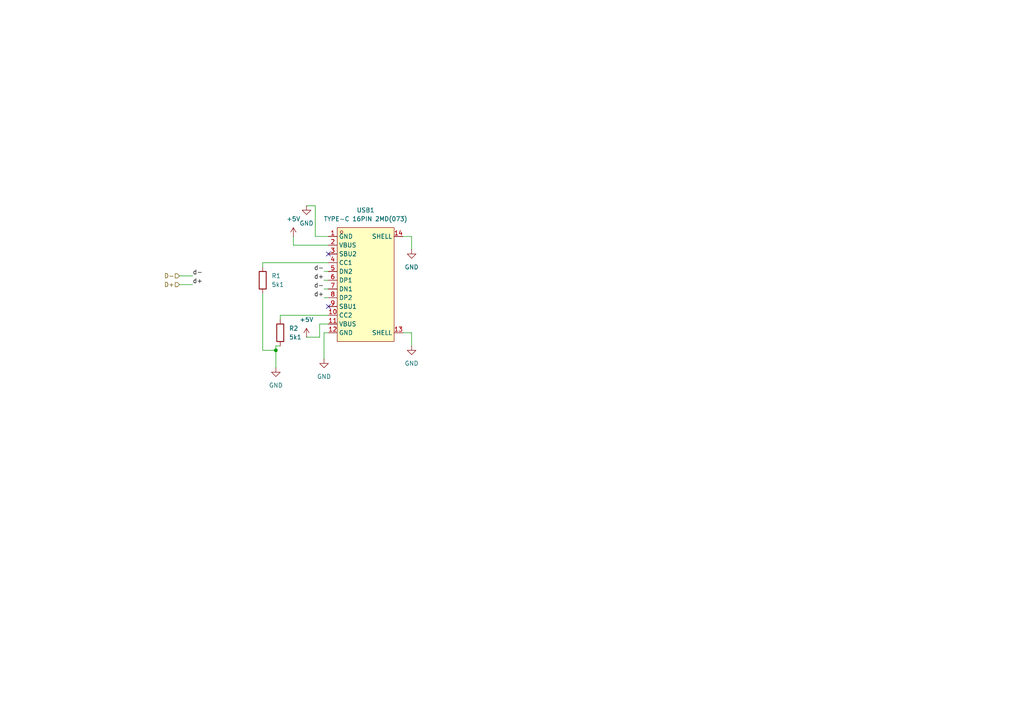
<source format=kicad_sch>
(kicad_sch (version 20231120) (generator "eeschema") (generator_version "8.0")
  (paper "A4")
  (lib_symbols
    (symbol "Device:R" (pin_numbers hide) (pin_names (offset 0))
      (property "Reference" "R" (at 2.032 0 90))
      (property "Value" "R" (at 0 0 90))
      (symbol "R_0_1"
        (rectangle (start -1.016 -2.54) (end 1.016 2.54) (stroke (width 0.254)))
      )
      (symbol "R_1_1"
        (pin passive line (at 0 3.81 270) (length 1.27) (name "~") (number "1"))
        (pin passive line (at 0 -3.81 90) (length 1.27) (name "~") (number "2"))
      )
    )
    (symbol "lcsc:TYPE-C16PIN2MD(073)"
      (property "Reference" "USB" (at 0 19.05 0))
      (property "Value" "TYPE-C 16PIN 2MD(073)" (at 0 -19.05 0))
      (symbol "TYPE-C16PIN2MD(073)_0_1"
        (rectangle (start -8.89 16.51) (end 7.62 -16.51) (fill (type background)))
        (circle (center -7.62 15.24) (radius 0.38))
        (pin unspecified line (at -11.43 13.97 0) (length 2.54) (name "GND") (number "1"))
        (pin unspecified line (at -11.43 -8.89 0) (length 2.54) (name "CC2") (number "10"))
        (pin unspecified line (at -11.43 -11.43 0) (length 2.54) (name "VBUS") (number "11"))
        (pin unspecified line (at -11.43 -13.97 0) (length 2.54) (name "GND") (number "12"))
        (pin unspecified line (at 10.16 -13.97 180) (length 2.54) (name "SHELL") (number "13"))
        (pin unspecified line (at 10.16 13.97 180) (length 2.54) (name "SHELL") (number "14"))
        (pin unspecified line (at -11.43 11.43 0) (length 2.54) (name "VBUS") (number "2"))
        (pin unspecified line (at -11.43 8.89 0) (length 2.54) (name "SBU2") (number "3"))
        (pin unspecified line (at -11.43 6.35 0) (length 2.54) (name "CC1") (number "4"))
        (pin unspecified line (at -11.43 3.81 0) (length 2.54) (name "DN2") (number "5"))
        (pin unspecified line (at -11.43 1.27 0) (length 2.54) (name "DP1") (number "6"))
        (pin unspecified line (at -11.43 -1.27 0) (length 2.54) (name "DN1") (number "7"))
        (pin unspecified line (at -11.43 -3.81 0) (length 2.54) (name "DP2") (number "8"))
        (pin unspecified line (at -11.43 -6.35 0) (length 2.54) (name "SBU1") (number "9"))
      )
    )
    (symbol "power:+5V" (power) (pin_numbers hide) (pin_names (offset 0) hide)
      (property "Value" "+5V" (at 0 3.556 0))
      (symbol "+5V_0_1"
        (polyline (pts (xy -0.762 1.27) (xy 0 2.54)))
        (polyline (pts (xy 0 0) (xy 0 2.54)))
        (polyline (pts (xy 0 2.54) (xy 0.762 1.27)))
      )
      (symbol "+5V_1_1"
        (pin power_in line (at 0 0 90) (length 0) (name "~") (number "1"))
      )
    )
    (symbol "power:GND" (power) (pin_numbers hide) (pin_names (offset 0) hide)
      (property "Value" "GND" (at 0 -3.81 0))
      (symbol "GND_0_1"
        (polyline (pts (xy 0 0) (xy 0 -1.27) (xy 1.27 -1.27) (xy 0 -2.54) (xy -1.27 -1.27) (xy 0 -1.27)))
      )
      (symbol "GND_1_1"
        (pin power_in line (at 0 0 270) (length 0) (name "~") (number "1"))
      )
    )
  )
  (junction (at 80.01 101.6))
  (no_connect (at 95.25 88.9))
  (no_connect (at 95.25 73.66))
  (wire (pts (xy 93.98 81.28) (xy 95.25 81.28)))
  (wire (pts (xy 85.09 68.58) (xy 85.09 71.12)))
  (wire (pts (xy 93.98 96.52) (xy 95.25 96.52)))
  (wire (pts (xy 55.88 82.55) (xy 52.07 82.55)))
  (wire (pts (xy 93.98 78.74) (xy 95.25 78.74)))
  (wire (pts (xy 92.71 93.98) (xy 95.25 93.98)))
  (wire (pts (xy 76.2 77.47) (xy 76.2 76.2)))
  (wire (pts (xy 91.44 59.69) (xy 91.44 68.58)))
  (wire (pts (xy 116.84 68.58) (xy 119.38 68.58)))
  (wire (pts (xy 80.01 106.68) (xy 80.01 101.6)))
  (wire (pts (xy 80.01 101.6) (xy 76.2 101.6)))
  (wire (pts (xy 116.84 96.52) (xy 119.38 96.52)))
  (wire (pts (xy 93.98 86.36) (xy 95.25 86.36)))
  (wire (pts (xy 81.28 92.71) (xy 81.28 91.44)))
  (wire (pts (xy 91.44 68.58) (xy 95.25 68.58)))
  (wire (pts (xy 80.01 101.6) (xy 80.01 100.33)))
  (wire (pts (xy 55.88 80.01) (xy 52.07 80.01)))
  (wire (pts (xy 76.2 76.2) (xy 95.25 76.2)))
  (wire (pts (xy 119.38 96.52) (xy 119.38 100.33)))
  (wire (pts (xy 93.98 83.82) (xy 95.25 83.82)))
  (wire (pts (xy 88.9 59.69) (xy 91.44 59.69)))
  (wire (pts (xy 85.09 71.12) (xy 95.25 71.12)))
  (wire (pts (xy 88.9 97.79) (xy 92.71 97.79)))
  (wire (pts (xy 119.38 68.58) (xy 119.38 72.39)))
  (wire (pts (xy 92.71 97.79) (xy 92.71 93.98)))
  (wire (pts (xy 93.98 104.14) (xy 93.98 96.52)))
  (wire (pts (xy 76.2 85.09) (xy 76.2 101.6)))
  (wire (pts (xy 81.28 91.44) (xy 95.25 91.44)))
  (wire (pts (xy 80.01 100.33) (xy 81.28 100.33)))
  (label "d+" (at 93.98 86.36 180))
  (label "d-" (at 93.98 83.82 180))
  (label "d+" (at 93.98 81.28 180))
  (label "d-" (at 55.88 80.01 0))
  (label "d+" (at 55.88 82.55 0))
  (label "d-" (at 93.98 78.74 180))
  (hierarchical_label "D-" (shape input) (at 52.07 80.01 180))
  (hierarchical_label "D+" (shape input) (at 52.07 82.55 180))
  (symbol (lib_id "power:GND") (at 80.01 106.68 0) (unit 1)
    (property "Reference" "#PWR013" (effects (hide yes)))
    (property "Value" "GND" (at 80.01 111.76 0))
    (property "Description" "Power symbol creates a global label with name \"GND\" , ground" (effects (hide yes)))
  )
  (symbol (lib_id "power:+5V") (at 85.09 68.58 0) (unit 1)
    (property "Reference" "#PWR014" (effects (hide yes)))
    (property "Value" "+5V" (at 85.09 63.5 0))
    (property "Description" "Power symbol creates a global label with name \"+5V\"" (effects (hide yes)))
  )
  (symbol (lib_id "power:+5V") (at 88.9 97.79 0) (unit 1)
    (property "Reference" "#PWR016" (effects (hide yes)))
    (property "Value" "+5V" (at 88.9 92.71 0))
    (property "Description" "Power symbol creates a global label with name \"+5V\"" (effects (hide yes)))
  )
  (symbol (lib_id "power:GND") (at 88.9 59.69 0) (unit 1)
    (property "Reference" "#PWR015" (effects (hide yes)))
    (property "Value" "GND" (at 88.9 64.77 0))
    (property "Description" "Power symbol creates a global label with name \"GND\" , ground" (effects (hide yes)))
  )
  (symbol (lib_id "power:GND") (at 119.38 72.39 0) (unit 1)
    (property "Reference" "#PWR018" (effects (hide yes)))
    (property "Value" "GND" (at 119.38 77.47 0))
    (property "Description" "Power symbol creates a global label with name \"GND\" , ground" (effects (hide yes)))
  )
  (symbol (lib_id "Device:R") (at 76.2 81.28 0) (unit 1)
    (property "Reference" "R1" (at 78.74 80.0099 0) (effects (justify left)))
    (property "Value" "5k1" (at 78.74 82.5499 0) (effects (justify left)))
    (property "Footprint" "Resistor_SMD:R_0805_2012Metric" (effects (hide yes)))
    (property "Description" "Resistor" (effects (hide yes)))
    (property "LCSC" "C27834" (effects (hide yes)))
  )
  (symbol (lib_id "power:GND") (at 119.38 100.33 0) (mirror y) (unit 1)
    (property "Reference" "#PWR019" (effects (hide yes)))
    (property "Value" "GND" (at 119.38 105.41 0))
    (property "Description" "Power symbol creates a global label with name \"GND\" , ground" (effects (hide yes)))
  )
  (symbol (lib_id "power:GND") (at 93.98 104.14 0) (unit 1)
    (property "Reference" "#PWR017" (effects (hide yes)))
    (property "Value" "GND" (at 93.98 109.22 0))
    (property "Description" "Power symbol creates a global label with name \"GND\" , ground" (effects (hide yes)))
  )
  (symbol (lib_id "lcsc:TYPE-C16PIN2MD(073)") (at 106.68 82.55 0) (unit 1)
    (property "Reference" "USB1" (at 106.045 60.96 0))
    (property "Value" "TYPE-C 16PIN 2MD(073)" (at 106.045 63.5 0))
    (property "Footprint" "lcsc:USB-C-SMD_TYPE-C-6PIN-2MD-073" (effects (hide yes)))
    (property "LCSC Part" "C2765186" (effects (hide yes)))
    (property "LCSC" "C2765186" (effects (hide yes)))
  )
  (symbol (lib_id "Device:R") (at 81.28 96.52 0) (unit 1)
    (property "Reference" "R2" (at 83.82 95.2499 0) (effects (justify left)))
    (property "Value" "5k1" (at 83.82 97.7899 0) (effects (justify left)))
    (property "Footprint" "Resistor_SMD:R_0805_2012Metric" (effects (hide yes)))
    (property "Description" "Resistor" (effects (hide yes)))
    (property "LCSC" "C27834" (effects (hide yes)))
  )
)
</source>
